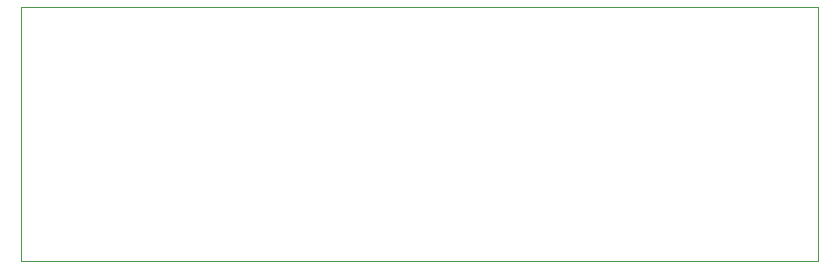
<source format=gm1>
G04 #@! TF.GenerationSoftware,KiCad,Pcbnew,5.1.5+dfsg1-2build2*
G04 #@! TF.CreationDate,2021-01-26T14:35:44+01:00*
G04 #@! TF.ProjectId,PiStackMon,50695374-6163-46b4-9d6f-6e2e6b696361,rev?*
G04 #@! TF.SameCoordinates,Original*
G04 #@! TF.FileFunction,Profile,NP*
%FSLAX46Y46*%
G04 Gerber Fmt 4.6, Leading zero omitted, Abs format (unit mm)*
G04 Created by KiCad (PCBNEW 5.1.5+dfsg1-2build2) date 2021-01-26 14:35:44*
%MOMM*%
%LPD*%
G04 APERTURE LIST*
%ADD10C,0.120000*%
G04 APERTURE END LIST*
D10*
X210750000Y-172500000D02*
X210750000Y-151000000D01*
X278250000Y-172500000D02*
X278250000Y-151000000D01*
X210750000Y-172500000D02*
X278250000Y-172500000D01*
X278250000Y-151000000D02*
X210750000Y-151000000D01*
M02*

</source>
